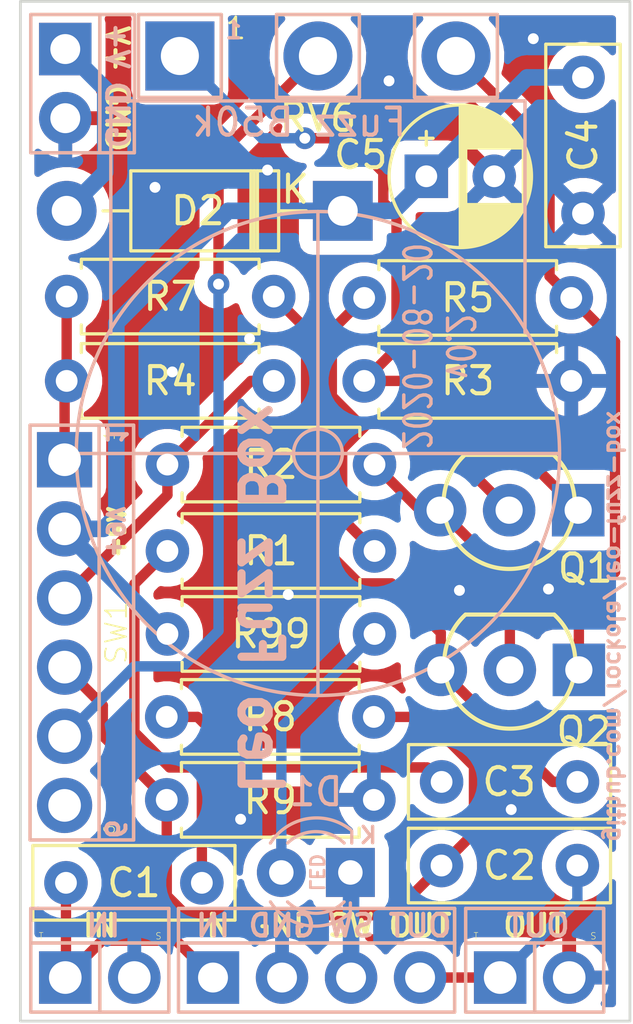
<source format=kicad_pcb>
(kicad_pcb (version 20200819) (host pcbnew "(5.99.0-2889-g3ddee6503)")
  (layers (0 "F.Cu" signal) (31 "B.Cu" signal) (34 "B.Paste" user) (35 "F.Paste" user) (36 "B.SilkS" user) (37 "F.SilkS" user) (38 "B.Mask" user) (39 "F.Mask" user) (44 "Edge.Cuts" user))
  (property "DATE" "2020-08-20")
  (property "NAME" "Leo Fuzz Box")
  (property "REVISION" "v0.2")
  (property "URL" "github.com/rockola/leo-fuzz-box")
  (net 0 "")
  (net 1 "Net-(C1-Pad2)")
  (net 2 "IN")
  (net 3 "OUT")
  (net 4 "Net-(C2-Pad1)")
  (net 5 "Net-(C3-Pad2)")
  (net 6 "Net-(C3-Pad1)")
  (net 7 "Net-(D1-Pad2)")
  (net 8 "LED-")
  (net 9 "GND")
  (net 10 "+9V")
  (net 11 "Net-(Q1-Pad3)")
  (net 12 "Net-(Q1-Pad2)")
  (net 13 "Net-(Q1-Pad1)")
  (net 14 "Net-(Q2-Pad1)")
  (net 15 "Net-(R2-Pad1)")
  (net 16 "Net-(R4-Pad2)")
  (net 17 "Net-(RV6-Pad2)")
  (net 18 "Net-(SW1-Pad6)")
  (net 19 "Net-(D2-Pad2)")
  (module "rockola_kicad_footprints:2PADS_TipSleeve" (layer "F.Cu") (at 91.4908 75.4888)
    (fp_text reference "J1" hide)
    (fp_text value "IN" (at 0 -1.905) (layer "F.SilkS") (effects (font (size 0.8 0.8))))
    (fp_text user "${VALUE}" (at 0.127 -1.905) (layer "B.SilkS") (effects (font (size 0.8 0.8)) (justify mirror)))
    (fp_text user "S" (at 2.159 -1.524) (layer "F.SilkS") (effects (font (size 0.2413 0.2413) (thickness 0.02032))))
    (fp_text user "T" (at -2.159 -1.524) (layer "F.SilkS") (effects (font (size 0.2413 0.2413) (thickness 0.02032))))
    (pad "S" thru_hole oval (at 1.27 0) (size 1.9304 1.9304) (drill 1.2) (layers *.Cu *.Mask) (net 9 "GND"))
    (pad "T" thru_hole rect (at -1.27 0) (size 1.9304 1.9304) (drill 1.2) (layers *.Cu *.Mask) (net 2 "IN"))
  )
  (module "rockola_kicad_footprints:R_DIN0207" (layer "F.Cu") (at 90.2716 50.4698)
    (fp_text reference "R7" (at 3.81 0) (layer "F.SilkS"))
    (fp_text value "6k8")
    (pad "1" thru_hole circle (at 0 0) (size 1.6 1.6) (drill 0.8) (layers *.Cu *.Mask) (net 16 "Net-(R4-Pad2)"))
    (pad "2" thru_hole oval (at 7.62 0) (size 1.6 1.6) (drill 0.8) (layers *.Cu *.Mask) (net 6 "Net-(C3-Pad1)"))
  )
  (module "potentiometers:16MM_B.MOUNT" (layer "F.Cu") (at 99.5172 41.6306 180)
    (fp_text reference "RV6" (at 0 -2.2606) (layer "F.SilkS"))
    (fp_text value "Fuzz B50k" (at 0.6858 -2.4384) (layer "B.SilkS") (effects (justify mirror)))
    (fp_text user "1" (at 3.0226 1.016) (layer "F.SilkS") (effects (font (size 0.77216 0.77216) (thickness 0.097536))))
    (pad "1" thru_hole rect (at 5.08 0) (size 2.54 2.54) (drill 1.4) (layers *.Cu *.Mask) (net 13 "Net-(Q1-Pad1)"))
    (pad "2" thru_hole oval (at 0 0) (size 2.54 2.54) (drill 1.4) (layers *.Cu *.Mask) (net 17 "Net-(RV6-Pad2)"))
    (pad "3" thru_hole oval (at -5.08 0) (size 2.54 2.54) (drill 1.4) (layers *.Cu *.Mask) (net 14 "Net-(Q2-Pad1)"))
  )
  (module "rockola_kicad_footprints:R_DIN0207" (layer "F.Cu") (at 93.9546 68.961)
    (fp_text reference "R9" (at 3.81 0) (layer "F.SilkS"))
    (fp_text value "10k")
    (pad "1" thru_hole circle (at 0 0) (size 1.6 1.6) (drill 0.8) (layers *.Cu *.Mask) (net 4 "Net-(C2-Pad1)"))
    (pad "2" thru_hole oval (at 7.62 0) (size 1.6 1.6) (drill 0.8) (layers *.Cu *.Mask) (net 9 "GND"))
  )
  (module "rockola_kicad_footprints:C_Box_7.2_2.5" (layer "F.Cu") (at 90.2462 72.009)
    (fp_text reference "C1" (at 2.5 0) (layer "F.SilkS"))
    (fp_text value "270n")
    (pad "1" thru_hole circle (at 0 0) (size 1.6 1.6) (drill 0.8) (layers *.Cu *.Mask) (net 2 "IN"))
    (pad "2" thru_hole circle (at 5 0) (size 1.6 1.6) (drill 0.8) (layers *.Cu *.Mask) (net 1 "Net-(C1-Pad2)"))
  )
  (module "rockola_kicad_footprints:Power_Header_2pin" (layer "F.Cu") (at 90.2208 45.1866 -90)
    (fp_text reference "J4" hide)
    (fp_text value "Power" hide)
    (fp_text user "V+" (at -3.937 -1.905 -90 unlocked) (layer "B.SilkS") (effects (font (size 0.8 0.8)) (justify mirror)))
    (fp_text user "GND" (at -1.397 -1.905 -90 unlocked) (layer "B.SilkS") (effects (font (size 0.8 0.8)) (justify mirror)))
    (fp_text user "GND" (at -1.27 -1.905 -90 unlocked) (layer "F.SilkS") (effects (font (size 0.8 0.8))))
    (fp_text user "V+" (at -3.81 -1.905 -90 unlocked) (layer "F.SilkS") (effects (font (size 0.8 0.8))))
    (pad "1" thru_hole rect (at -3.81 0 270) (size 1.9304 1.9304) (drill 1.1) (layers *.Cu *.Mask) (net 19 "Net-(D2-Pad2)"))
    (pad "2" thru_hole oval (at -1.27 0 270) (size 1.9304 1.9304) (drill 1.1) (layers *.Cu *.Mask) (net 9 "GND"))
  )
  (module "rockola_kicad_footprints:Stomp_4pin" (layer "F.Cu") (at 99.4664 75.4888)
    (fp_text reference "J2")
    (fp_text value "Conn_01x04_Female")
    (fp_text user "SW" (at 1.27 -1.905 unlocked) (layer "B.SilkS") (effects (font (size 0.8 0.8)) (justify mirror)))
    (fp_text user "OUT" (at 3.81 -1.905 unlocked) (layer "B.SilkS") (effects (font (size 0.8 0.8)) (justify mirror)))
    (fp_text user "IN" (at -3.81 -1.905 unlocked) (layer "B.SilkS") (effects (font (size 0.8 0.8)) (justify mirror)))
    (fp_text user "GND" (at -1.27 -1.905 unlocked) (layer "B.SilkS") (effects (font (size 0.8 0.8)) (justify mirror)))
    (fp_text user "GND" (at -1.27 -1.905 unlocked) (layer "F.SilkS") (effects (font (size 0.8 0.8))))
    (fp_text user "IN" (at -3.81 -1.905 unlocked) (layer "F.SilkS") (effects (font (size 0.8 0.8))))
    (fp_text user "OUT" (at 3.81 -1.905 unlocked) (layer "F.SilkS") (effects (font (size 0.8 0.8))))
    (fp_text user "SW" (at 1.27 -1.905 unlocked) (layer "F.SilkS") (effects (font (size 0.8 0.8))))
    (pad "1" thru_hole rect (at -3.81 0) (size 1.9304 1.9304) (drill 1.1) (layers *.Cu *.Mask) (net 2 "IN"))
    (pad "2" thru_hole oval (at -1.27 0) (size 1.9304 1.9304) (drill 1.1) (layers *.Cu *.Mask) (net 9 "GND"))
    (pad "3" thru_hole oval (at 1.27 0) (size 1.9304 1.9304) (drill 1.1) (layers *.Cu *.Mask) (net 8 "LED-"))
    (pad "4" thru_hole oval (at 3.81 0) (size 1.9304 1.9304) (drill 1.1) (layers *.Cu *.Mask) (net 3 "OUT"))
  )
  (module "rockola_kicad_footprints:C_Box_7.2_2.5" (layer "F.Cu") (at 109.2708 42.418 -90)
    (fp_text reference "C4" (at 2.5 0 90) (layer "F.SilkS"))
    (fp_text value "100n")
    (pad "1" thru_hole circle (at 0 0 270) (size 1.6 1.6) (drill 0.8) (layers *.Cu *.Mask) (net 10 "+9V"))
    (pad "2" thru_hole circle (at 5 0 270) (size 1.6 1.6) (drill 0.8) (layers *.Cu *.Mask) (net 9 "GND"))
  )
  (module "rockola_kicad_footprints:C_Box_7.2_2.5" (layer "F.Cu") (at 109.0676 68.3006 180)
    (fp_text reference "C3" (at 2.5146 0) (layer "F.SilkS"))
    (fp_text value "470n")
    (pad "1" thru_hole circle (at 0 0 180) (size 1.6 1.6) (drill 0.8) (layers *.Cu *.Mask) (net 6 "Net-(C3-Pad1)"))
    (pad "2" thru_hole circle (at 5 0 180) (size 1.6 1.6) (drill 0.8) (layers *.Cu *.Mask) (net 5 "Net-(C3-Pad2)"))
  )
  (module "rockola_kicad_footprints:CP_D5.0_P2.50" (layer "F.Cu") (at 103.505 46.0502)
    (fp_text reference "C5" (at -2.413 -0.7874) (layer "F.SilkS"))
    (fp_text value "100u")
    (pad "1" thru_hole rect (at 0 0) (size 1.6 1.6) (drill 0.8) (layers *.Cu *.Mask) (net 10 "+9V"))
    (pad "2" thru_hole circle (at 2.5 0) (size 1.6 1.6) (drill 0.8) (layers *.Cu *.Mask) (net 9 "GND"))
  )
  (module "rockola_kicad_footprints:TO92" (layer "F.Cu") (at 106.553 58.3184 180)
    (fp_text reference "Q1" (at -1.7018 -1.5494) (layer "F.SilkS") (effects (justify left top)))
    (fp_text value "2N3565" hide)
    (pad "1" thru_hole rect (at -2.54 0) (size 1.9304 1.9304) (drill 1) (layers *.Cu *.Mask) (net 13 "Net-(Q1-Pad1)"))
    (pad "2" thru_hole oval (at 0 0) (size 1.9304 1.9304) (drill 1) (layers *.Cu *.Mask) (net 12 "Net-(Q1-Pad2)"))
    (pad "3" thru_hole oval (at 2.54 0) (size 1.9304 1.9304) (drill 1) (layers *.Cu *.Mask) (net 11 "Net-(Q1-Pad3)"))
  )
  (module "rockola_kicad_footprints:2PADS_TipSleeve" (layer "F.Cu") (at 107.4928 75.4888)
    (fp_text reference "J3" hide)
    (fp_text value "OUT" (at 0 -1.905) (layer "F.SilkS") (effects (font (size 0.8 0.8))))
    (fp_text user "${VALUE}" (at 0.127 -1.905) (layer "B.SilkS") (effects (font (size 0.8 0.8)) (justify mirror)))
    (fp_text user "T" (at -2.159 -1.524) (layer "F.SilkS") (effects (font (size 0.2413 0.2413) (thickness 0.02032))))
    (fp_text user "S" (at 2.159 -1.524) (layer "F.SilkS") (effects (font (size 0.2413 0.2413) (thickness 0.02032))))
    (pad "S" thru_hole oval (at 1.27 0) (size 1.9304 1.9304) (drill 1.2) (layers *.Cu *.Mask) (net 9 "GND"))
    (pad "T" thru_hole rect (at -1.27 0) (size 1.9304 1.9304) (drill 1.2) (layers *.Cu *.Mask) (net 3 "OUT"))
  )
  (module "rockola_kicad_footprints:R_DIN0207" (layer "F.Cu") (at 101.219 50.5206)
    (fp_text reference "R5" (at 3.81 0) (layer "F.SilkS"))
    (fp_text value "4M7")
    (pad "1" thru_hole circle (at 0 0) (size 1.6 1.6) (drill 0.8) (layers *.Cu *.Mask) (net 12 "Net-(Q1-Pad2)"))
    (pad "2" thru_hole oval (at 7.62 0) (size 1.6 1.6) (drill 0.8) (layers *.Cu *.Mask) (net 14 "Net-(Q2-Pad1)"))
  )
  (module "rockola_kicad_footprints:R_DIN0207" (layer "F.Cu") (at 93.98 56.642)
    (fp_text reference "R2" (at 3.81 0) (layer "F.SilkS"))
    (fp_text value "15k")
    (pad "1" thru_hole circle (at 0 0) (size 1.6 1.6) (drill 0.8) (layers *.Cu *.Mask) (net 15 "Net-(R2-Pad1)"))
    (pad "2" thru_hole oval (at 7.62 0) (size 1.6 1.6) (drill 0.8) (layers *.Cu *.Mask) (net 11 "Net-(Q1-Pad3)"))
  )
  (module "rockola_kicad_footprints:TO92" (layer "F.Cu") (at 106.5784 64.1858 180)
    (fp_text reference "Q2" (at -1.6256 -1.6764) (layer "F.SilkS") (effects (justify left top)))
    (fp_text value "2N3565" hide)
    (pad "1" thru_hole rect (at -2.54 0) (size 1.9304 1.9304) (drill 1) (layers *.Cu *.Mask) (net 14 "Net-(Q2-Pad1)"))
    (pad "2" thru_hole oval (at 0 0) (size 1.9304 1.9304) (drill 1) (layers *.Cu *.Mask) (net 11 "Net-(Q1-Pad3)"))
    (pad "3" thru_hole oval (at 2.54 0) (size 1.9304 1.9304) (drill 1) (layers *.Cu *.Mask) (net 6 "Net-(C3-Pad1)"))
  )
  (module "switches:DPDT.WIRE" (layer "F.Cu") (at 90.1954 62.8142 -90)
    (fp_text reference "SW1" (at 0 -1.905 90) (layer "F.SilkS") (effects (font (size 0.77216 0.77216) (thickness 0.065024))))
    (fp_text value "Fuzz/Normal" hide)
    (fp_text user "1" (at -7.239 -1.651 90) (layer "F.SilkS") (effects (font (size 0.38608 0.38608) (thickness 0.032512))))
    (fp_text user "6" (at 7.239 -1.651 90) (layer "F.SilkS") (effects (font (size 0.38608 0.38608) (thickness 0.032512))))
    (pad "1" thru_hole rect (at -6.35 0 270) (size 2.032 2.032) (drill 1.2) (layers *.Cu *.Mask) (net 16 "Net-(R4-Pad2)"))
    (pad "2" thru_hole oval (at -3.81 0 270) (size 2.032 2.032) (drill 1.2) (layers *.Cu *.Mask) (net 10 "+9V"))
    (pad "3" thru_hole oval (at -1.27 0 270) (size 2.032 2.032) (drill 1.2) (layers *.Cu *.Mask) (net 15 "Net-(R2-Pad1)"))
    (pad "4" thru_hole oval (at 1.27 0 270) (size 2.032 2.032) (drill 1.2) (layers *.Cu *.Mask) (net 4 "Net-(C2-Pad1)"))
    (pad "5" thru_hole oval (at 3.81 0 270) (size 2.032 2.032) (drill 1.2) (layers *.Cu *.Mask) (net 17 "Net-(RV6-Pad2)"))
    (pad "6" thru_hole oval (at 6.35 0 270) (size 2.032 2.032) (drill 1.2) (layers *.Cu *.Mask) (net 18 "Net-(SW1-Pad6)"))
  )
  (module "rockola_kicad_footprints:R_DIN0207" (layer "F.Cu") (at 93.9546 65.913)
    (fp_text reference "R8" (at 3.81 0) (layer "F.SilkS"))
    (fp_text value "68k")
    (pad "1" thru_hole circle (at 0 0) (size 1.6 1.6) (drill 0.8) (layers *.Cu *.Mask) (net 5 "Net-(C3-Pad2)"))
    (pad "2" thru_hole oval (at 7.62 0) (size 1.6 1.6) (drill 0.8) (layers *.Cu *.Mask) (net 4 "Net-(C2-Pad1)"))
  )
  (module "rockola_kicad_footprints:R_DIN0207" (layer "F.Cu") (at 101.6 62.865 180)
    (fp_text reference "R99" (at 3.81 0) (layer "F.SilkS"))
    (fp_text value "CLR")
    (pad "1" thru_hole circle (at 0 0 180) (size 1.6 1.6) (drill 0.8) (layers *.Cu *.Mask) (net 7 "Net-(D1-Pad2)"))
    (pad "2" thru_hole oval (at 7.62 0 180) (size 1.6 1.6) (drill 0.8) (layers *.Cu *.Mask) (net 10 "+9V"))
  )
  (module "rockola_kicad_footprints:R_DIN0207" (layer "F.Cu") (at 97.8916 53.5686 180)
    (fp_text reference "R4" (at 3.81 0) (layer "F.SilkS"))
    (fp_text value "680k")
    (pad "1" thru_hole circle (at 0 0 180) (size 1.6 1.6) (drill 0.8) (layers *.Cu *.Mask) (net 15 "Net-(R2-Pad1)"))
    (pad "2" thru_hole oval (at 7.62 0 180) (size 1.6 1.6) (drill 0.8) (layers *.Cu *.Mask) (net 16 "Net-(R4-Pad2)"))
  )
  (module "rockola_kicad_footprints:C_Box_7.2_2.5" (layer "F.Cu") (at 104.0638 71.374)
    (fp_text reference "C2" (at 2.5 0) (layer "F.SilkS"))
    (fp_text value "1n")
    (pad "1" thru_hole circle (at 0 0) (size 1.6 1.6) (drill 0.8) (layers *.Cu *.Mask) (net 4 "Net-(C2-Pad1)"))
    (pad "2" thru_hole circle (at 5 0) (size 1.6 1.6) (drill 0.8) (layers *.Cu *.Mask) (net 3 "OUT"))
  )
  (module "rockola_kicad_footprints:R_DIN0207" (layer "F.Cu") (at 93.98 59.817)
    (fp_text reference "R1" (at 3.81 0) (layer "F.SilkS"))
    (fp_text value "47k")
    (pad "1" thru_hole circle (at 0 0) (size 1.6 1.6) (drill 0.8) (layers *.Cu *.Mask) (net 1 "Net-(C1-Pad2)"))
    (pad "2" thru_hole oval (at 7.62 0) (size 1.6 1.6) (drill 0.8) (layers *.Cu *.Mask) (net 12 "Net-(Q1-Pad2)"))
  )
  (module "Diode_THT:D_DO-41_SOD81_P10.16mm_Horizontal" (layer "F.Cu") (at 100.4316 47.3202 180)
    (fp_text reference "D2" (at 5.334 0) (layer "F.SilkS"))
    (fp_text value "1N5817")
    (fp_text user "K" (at 1.7526 0.7874) (layer "F.SilkS"))
    (pad "1" thru_hole rect (at 0 0 180) (size 2.2 2.2) (drill 1.1) (layers *.Cu *.Mask) (net 10 "+9V"))
    (pad "2" thru_hole oval (at 10.16 0 180) (size 2.2 2.2) (drill 1.1) (layers *.Cu *.Mask) (net 19 "Net-(D2-Pad2)"))
  )
  (module "rockola_kicad_footprints:R_DIN0207" (layer "F.Cu") (at 101.219 53.5686)
    (fp_text reference "R3" (at 3.81 0) (layer "F.SilkS"))
    (fp_text value "470R")
    (pad "1" thru_hole circle (at 0 0) (size 1.6 1.6) (drill 0.8) (layers *.Cu *.Mask) (net 13 "Net-(Q1-Pad1)"))
    (pad "2" thru_hole oval (at 7.62 0) (size 1.6 1.6) (drill 0.8) (layers *.Cu *.Mask) (net 9 "GND"))
  )
  (module "rockola_kicad_footprints:LED.3mm" (layer "B.Cu") (at 100.711 71.628 180)
    (fp_text reference "D1" (at 1.27 2.96) (layer "B.SilkS") (effects (justify mirror)))
    (fp_text value "LED")
    (fp_text user "LED" (at 1.2446 0 -90 unlocked) (layer "B.SilkS") (effects (font (size 0.5 0.5) (thickness 0.1)) (justify mirror)))
    (fp_text user "K" (at -0.6604 1.4224 180 unlocked) (layer "B.SilkS") (effects (font (size 0.6 0.6) (thickness 0.127))))
    (pad "1" thru_hole rect (at 0 0 180) (size 1.8 1.8) (drill 0.9) (layers *.Cu *.Mask) (net 8 "LED-"))
    (pad "2" thru_hole circle (at 2.54 0 180) (size 1.8 1.8) (drill 0.9) (layers *.Cu *.Mask) (net 7 "Net-(D1-Pad2)"))
  )
  (gr_rect (start 88.5698 39.624) (end 110.998 77.089) (layer "Edge.Cuts") (width 0.1))
  (gr_text "${REVISION}\n${DATE}" (at 103.9368 52.2986 270) (layer "B.SilkS") (effects (font (size 1 0.75) (thickness 0.127)) (justify mirror)))
  (gr_text "1" (at 96.4184 40.6908) (layer "B.SilkS") (effects (font (size 0.6 0.6) (thickness 0.127)) (justify mirror)))
  (gr_text "+9V" (at 92.0496 59.1312 270) (layer "B.SilkS") (effects (font (size 0.6 0.6)) (justify mirror)))
  (gr_text "${NAME}" (at 97.3836 61.5696 270) (layer "B.SilkS") (effects (font (size 1.5 1.4) (thickness 0.3)) (justify mirror)))
  (gr_text "6" (at 92.0496 70.0278 270) (layer "B.SilkS") (effects (font (size 0.7 0.7)) (justify mirror)))
  (gr_text "${URL}" (at 110.4646 62.5856 270) (layer "B.SilkS") (effects (font (size 0.6 0.6) (thickness 0.127)) (justify mirror)))
  (gr_text "1" (at 92.1004 55.5244 270) (layer "B.SilkS") (effects (font (size 0.7 0.7)) (justify mirror)))
  (gr_text "+9V" (at 92.1258 59.1312 90) (layer "F.SilkS") (effects (font (size 0.6 0.6))))
  (segment (start 92.764099 66.475099) (end 94.059499 67.770499) (width 0.381) (layer "F.Cu") (net 1))
  (segment (start 93.98 59.817) (end 92.764099 61.032901) (width 0.381) (layer "F.Cu") (net 1))
  (segment (start 94.059499 67.770499) (end 95.024699 67.770499) (width 0.381) (layer "F.Cu") (net 1))
  (segment (start 92.764099 61.032901) (end 92.764099 66.475099) (width 0.381) (layer "F.Cu") (net 1))
  (segment (start 95.2462 67.992) (end 95.2462 72.009) (width 0.381) (layer "F.Cu") (net 1))
  (segment (start 95.024699 67.770499) (end 95.2462 67.992) (width 0.381) (layer "F.Cu") (net 1))
  (segment (start 94.300699 74.133099) (end 95.6564 75.4888) (width 0.381) (layer "F.Cu") (net 2))
  (segment (start 90.2462 72.009) (end 90.2462 75.4634) (width 0.381) (layer "F.Cu") (net 2))
  (segment (start 90.2462 75.4634) (end 90.2208 75.4888) (width 0.381) (layer "F.Cu") (net 2))
  (segment (start 90.2208 75.4888) (end 91.576501 74.133099) (width 0.381) (layer "F.Cu") (net 2))
  (segment (start 91.576501 74.133099) (end 94.300699 74.133099) (width 0.381) (layer "F.Cu") (net 2))
  (segment (start 103.2764 75.4888) (end 106.2228 75.4888) (width 0.381) (layer "F.Cu") (net 3))
  (segment (start 109.0638 72.6478) (end 109.0638 71.374) (width 0.381) (layer "B.Cu") (net 3))
  (segment (start 106.2228 75.4888) (end 109.0638 72.6478) (width 0.381) (layer "B.Cu") (net 3))
  (segment (start 91.601901 66.608301) (end 91.601901 65.490701) (width 0.381) (layer "F.Cu") (net 4))
  (segment (start 93.9546 68.961) (end 91.601901 66.608301) (width 0.381) (layer "F.Cu") (net 4))
  (segment (start 104.7115 70.7263) (end 104.0638 71.374) (width 0.381) (layer "F.Cu") (net 4))
  (segment (start 93.9546 72.479342) (end 94.674759 73.199501) (width 0.381) (layer "F.Cu") (net 4))
  (segment (start 102.238299 73.199501) (end 104.0638 71.374) (width 0.381) (layer "F.Cu") (net 4))
  (segment (start 93.9546 68.961) (end 93.9546 72.479342) (width 0.381) (layer "F.Cu") (net 4))
  (segment (start 105.258101 67.729159) (end 105.258101 70.179699) (width 0.381) (layer "F.Cu") (net 4))
  (segment (start 91.601901 65.490701) (end 90.1954 64.0842) (width 0.381) (layer "F.Cu") (net 4))
  (segment (start 103.441942 65.913) (end 105.258101 67.729159) (width 0.381) (layer "F.Cu") (net 4))
  (segment (start 101.5746 65.913) (end 103.441942 65.913) (width 0.381) (layer "F.Cu") (net 4))
  (segment (start 105.258101 70.179699) (end 104.7115 70.7263) (width 0.381) (layer "F.Cu") (net 4))
  (segment (start 94.674759 73.199501) (end 102.238299 73.199501) (width 0.381) (layer "F.Cu") (net 4))
  (segment (start 103.537499 67.770499) (end 99.418899 67.770499) (width 0.381) (layer "F.Cu") (net 5))
  (segment (start 104.0676 68.3006) (end 103.537499 67.770499) (width 0.381) (layer "F.Cu") (net 5))
  (segment (start 95.08597 65.913) (end 96.943469 67.770499) (width 0.381) (layer "F.Cu") (net 5))
  (segment (start 96.943469 67.770499) (end 99.418899 67.770499) (width 0.381) (layer "F.Cu") (net 5))
  (segment (start 103.435899 67.770499) (end 104.0422 68.3768) (width 0.381) (layer "F.Cu") (net 5))
  (segment (start 99.418899 67.770499) (end 103.435899 67.770499) (width 0.381) (layer "F.Cu") (net 5))
  (segment (start 93.9546 65.913) (end 95.08597 65.913) (width 0.381) (layer "F.Cu") (net 5))
  (segment (start 108.1532 68.3006) (end 104.0384 64.1858) (width 0.381) (layer "F.Cu") (net 6))
  (segment (start 109.0676 68.3006) (end 108.1532 68.3006) (width 0.381) (layer "F.Cu") (net 6))
  (segment (start 104.0384 64.1858) (end 104.0384 62.820802) (width 0.381) (layer "F.Cu") (net 6))
  (segment (start 102.225099 61.007501) (end 101.028559 61.007501) (width 0.381) (layer "F.Cu") (net 6))
  (segment (start 104.0384 62.820802) (end 102.225099 61.007501) (width 0.381) (layer "F.Cu") (net 6))
  (segment (start 101.028559 61.007501) (end 99.082101 59.061043) (width 0.381) (layer "F.Cu") (net 6))
  (segment (start 99.082101 51.660301) (end 97.8916 50.4698) (width 0.381) (layer "F.Cu") (net 6))
  (segment (start 99.082101 59.061043) (end 99.082101 51.660301) (width 0.381) (layer "F.Cu") (net 6))
  (segment (start 98.171 71.628) (end 98.171 66.294) (width 0.381) (layer "B.Cu") (net 7))
  (segment (start 98.171 66.294) (end 101.6 62.865) (width 0.381) (layer "B.Cu") (net 7))
  (segment (start 100.7364 71.6534) (end 100.711 71.628) (width 0.6096) (layer "B.Cu") (net 8))
  (segment (start 100.7364 75.4888) (end 100.7364 71.6534) (width 0.6096) (layer "B.Cu") (net 8))
  (via (at 97.0026 52.0192) (size 0.8) (drill 0.4) (layers "F.Cu" "B.Cu") (net 9))
  (via (at 98.425 61.4172) (size 0.8) (drill 0.4) (layers "F.Cu" "B.Cu") (net 9))
  (via (at 97.663 45.8216) (size 0.8) (drill 0.4) (layers "F.Cu" "B.Cu") (net 9))
  (via (at 108.0008 61.214) (size 0.8) (drill 0.4) (layers "F.Cu" "B.Cu") (net 9))
  (via (at 96.6724 69.6722) (size 0.8) (drill 0.4) (layers "F.Cu" "B.Cu") (net 9))
  (via (at 94.1578 53.2384) (size 0.8) (drill 0.4) (layers "F.Cu" "B.Cu") (net 9))
  (via (at 93.5228 46.4566) (size 0.8) (drill 0.4) (layers "F.Cu" "B.Cu") (net 9))
  (via (at 106.6292 69.3166) (size 0.8) (drill 0.4) (layers "F.Cu" "B.Cu") (net 9))
  (via (at 104.7242 61.2648) (size 0.8) (drill 0.4) (layers "F.Cu" "B.Cu") (net 9))
  (via (at 102.1334 42.545) (size 0.8) (drill 0.4) (layers "F.Cu" "B.Cu") (net 9))
  (via (at 107.442 40.9956) (size 0.8) (drill 0.4) (layers "F.Cu" "B.Cu") (net 9))
  (segment (start 92.1004 58.53604) (end 91.63224 59.0042) (width 0.6096) (layer "B.Cu") (net 10))
  (segment (start 107.2134 42.418) (end 109.2708 42.418) (width 0.6096) (layer "B.Cu") (net 10))
  (segment (start 90.1954 59.0804) (end 93.98 62.865) (width 0.6096) (layer "B.Cu") (net 10))
  (segment (start 103.5812 46.0502) (end 107.2134 42.418) (width 0.6096) (layer "B.Cu") (net 10))
  (segment (start 100.4316 47.3202) (end 96.2152 47.3202) (width 0.6096) (layer "B.Cu") (net 10))
  (segment (start 90.1954 59.0042) (end 90.1954 59.0804) (width 0.6096) (layer "B.Cu") (net 10))
  (segment (start 96.2152 47.3202) (end 92.1004 51.435) (width 0.6096) (layer "B.Cu") (net 10))
  (segment (start 92.1004 51.435) (end 92.1004 58.53604) (width 0.6096) (layer "B.Cu") (net 10))
  (segment (start 100.4316 47.3202) (end 102.3112 47.3202) (width 0.6096) (layer "B.Cu") (net 10))
  (segment (start 91.63224 59.0042) (end 90.1954 59.0042) (width 0.6096) (layer "B.Cu") (net 10))
  (segment (start 102.3112 47.3202) (end 103.5812 46.0502) (width 0.6096) (layer "B.Cu") (net 10))
  (segment (start 106.5784 60.8838) (end 104.013 58.3184) (width 0.381) (layer "F.Cu") (net 11))
  (segment (start 106.5784 64.1858) (end 106.5784 60.8838) (width 0.381) (layer "F.Cu") (net 11))
  (segment (start 103.2764 58.3184) (end 101.6 56.642) (width 0.381) (layer "F.Cu") (net 11))
  (segment (start 104.013 58.3184) (end 103.2764 58.3184) (width 0.381) (layer "F.Cu") (net 11))
  (segment (start 100.409499 56.070559) (end 101.188929 55.291129) (width 0.381) (layer "F.Cu") (net 12))
  (segment (start 101.336658 55.1434) (end 103.378 55.1434) (width 0.381) (layer "F.Cu") (net 12))
  (segment (start 101.219 50.5206) (end 100.028499 51.711101) (width 0.381) (layer "F.Cu") (net 12))
  (segment (start 103.378 55.1434) (end 106.553 58.3184) (width 0.381) (layer "F.Cu") (net 12))
  (segment (start 101.188929 55.291129) (end 101.336658 55.1434) (width 0.381) (layer "F.Cu") (net 12))
  (segment (start 100.028499 51.711101) (end 100.028499 54.130699) (width 0.381) (layer "F.Cu") (net 12))
  (segment (start 100.028499 54.130699) (end 101.188929 55.291129) (width 0.381) (layer "F.Cu") (net 12))
  (segment (start 100.409499 58.626499) (end 100.409499 56.070559) (width 0.381) (layer "F.Cu") (net 12))
  (segment (start 101.6 59.817) (end 100.409499 58.626499) (width 0.381) (layer "F.Cu") (net 12))
  (segment (start 102.409501 52.378099) (end 102.409501 47.494701) (width 0.381) (layer "F.Cu") (net 13))
  (segment (start 101.219 53.5686) (end 102.409501 52.378099) (width 0.381) (layer "F.Cu") (net 13))
  (segment (start 104.3432 53.5686) (end 109.093 58.3184) (width 0.381) (layer "F.Cu") (net 13))
  (segment (start 102.409501 47.494701) (end 101.922101 47.007301) (width 0.381) (layer "F.Cu") (net 13))
  (segment (start 100.667502 44.6532) (end 99.0346 44.6532) (width 0.381) (layer "F.Cu") (net 13))
  (segment (start 101.219 53.5686) (end 104.3432 53.5686) (width 0.381) (layer "F.Cu") (net 13))
  (segment (start 101.922101 47.007301) (end 101.922101 45.907799) (width 0.381) (layer "F.Cu") (net 13))
  (segment (start 101.922101 45.907799) (end 100.667502 44.6532) (width 0.381) (layer "F.Cu") (net 13))
  (via (at 99.0346 44.6532) (size 0.8) (drill 0.4) (layers "F.Cu" "B.Cu") (net 13))
  (segment (start 99.0346 44.6532) (end 97.4598 44.6532) (width 0.381) (layer "B.Cu") (net 13))
  (segment (start 101.219 53.5686) (end 100.6094 53.5686) (width 0.381) (layer "B.Cu") (net 13))
  (segment (start 97.4598 44.6532) (end 94.4372 41.6306) (width 0.381) (layer "B.Cu") (net 13))
  (segment (start 108.039001 49.720601) (end 108.039001 45.072401) (width 0.381) (layer "F.Cu") (net 14))
  (segment (start 108.039001 45.072401) (end 104.5972 41.6306) (width 0.381) (layer "F.Cu") (net 14))
  (segment (start 108.839 50.5206) (end 110.448701 52.130301) (width 0.381) (layer "F.Cu") (net 14))
  (segment (start 108.839 50.5206) (end 108.039001 49.720601) (width 0.381) (layer "F.Cu") (net 14))
  (segment (start 110.448701 52.130301) (end 110.448701 60.594899) (width 0.381) (layer "F.Cu") (net 14))
  (segment (start 109.1184 61.9252) (end 110.448701 60.594899) (width 0.381) (layer "F.Cu") (net 14))
  (segment (start 109.1184 64.1858) (end 109.1184 61.9252) (width 0.381) (layer "F.Cu") (net 14))
  (segment (start 90.1954 61.5442) (end 93.98 57.7596) (width 0.381) (layer "F.Cu") (net 15))
  (segment (start 93.98 56.642) (end 97.0534 53.5686) (width 0.381) (layer "F.Cu") (net 15))
  (segment (start 93.98 57.7596) (end 93.98 56.642) (width 0.381) (layer "F.Cu") (net 15))
  (segment (start 97.0534 53.5686) (end 97.8916 53.5686) (width 0.381) (layer "F.Cu") (net 15))
  (segment (start 90.1954 53.6448) (end 90.2716 53.5686) (width 0.381) (layer "F.Cu") (net 16))
  (segment (start 90.2716 53.5686) (end 90.2716 50.4698) (width 0.381) (layer "F.Cu") (net 16))
  (segment (start 90.1954 56.4642) (end 90.1954 53.6448) (width 0.381) (layer "F.Cu") (net 16))
  (segment (start 99.5172 41.6306) (end 96.1517 44.9961) (width 0.381) (layer "F.Cu") (net 17))
  (segment (start 96.1517 44.9961) (end 95.885 45.2628) (width 0.381) (layer "F.Cu") (net 17))
  (segment (start 95.8596 45.2882) (end 96.1517 44.9961) (width 0.381) (layer "F.Cu") (net 17))
  (segment (start 95.8596 50.0126) (end 95.8596 45.2882) (width 0.381) (layer "F.Cu") (net 17))
  (via (at 95.8596 50.0126) (size 0.8) (drill 0.4) (layers "F.Cu" "B.Cu") (net 17))
  (segment (start 92.764099 64.055501) (end 94.551441 64.055501) (width 0.381) (layer "B.Cu") (net 17))
  (segment (start 94.551441 64.055501) (end 95.8596 62.747342) (width 0.381) (layer "B.Cu") (net 17))
  (segment (start 95.8596 50.0126) (end 95.8596 62.2808) (width 0.381) (layer "B.Cu") (net 17))
  (segment (start 99.4918 41.0972) (end 99.4918 40.767) (width 0.381) (layer "B.Cu") (net 17))
  (segment (start 90.1954 66.6242) (end 92.764099 64.055501) (width 0.381) (layer "B.Cu") (net 17))
  (segment (start 95.8596 62.747342) (end 95.8596 62.2808) (width 0.381) (layer "B.Cu") (net 17))
  (segment (start 91.690801 42.846601) (end 90.2208 41.3766) (width 0.6096) (layer "B.Cu") (net 19))
  (segment (start 91.690801 45.900999) (end 91.690801 42.846601) (width 0.6096) (layer "B.Cu") (net 19))
  (segment (start 90.2716 47.3202) (end 91.690801 45.900999) (width 0.6096) (layer "B.Cu") (net 19))
  (zone (net 9) (net_name "GND") (layer "F.Cu") (connect_pads (clearance 0.508)) (min_thickness 0.254) (fill yes (thermal_gap 0.508) (thermal_bridge_width 0.508))
    (polygon (pts (xy 110.998 77.089) (xy 88.519 77.216) (xy 88.5444 39.5986) (xy 110.9726 39.624)))
  )
  (zone (net 9) (net_name "GND") (layer "B.Cu") (connect_pads (clearance 0.508)) (min_thickness 0.254) (fill yes (thermal_gap 0.508) (thermal_bridge_width 0.508))
    (polygon (pts (xy 110.998 77.089) (xy 88.519 77.216) (xy 88.5444 39.624) (xy 110.9726 39.5986)))
  )
)
</source>
